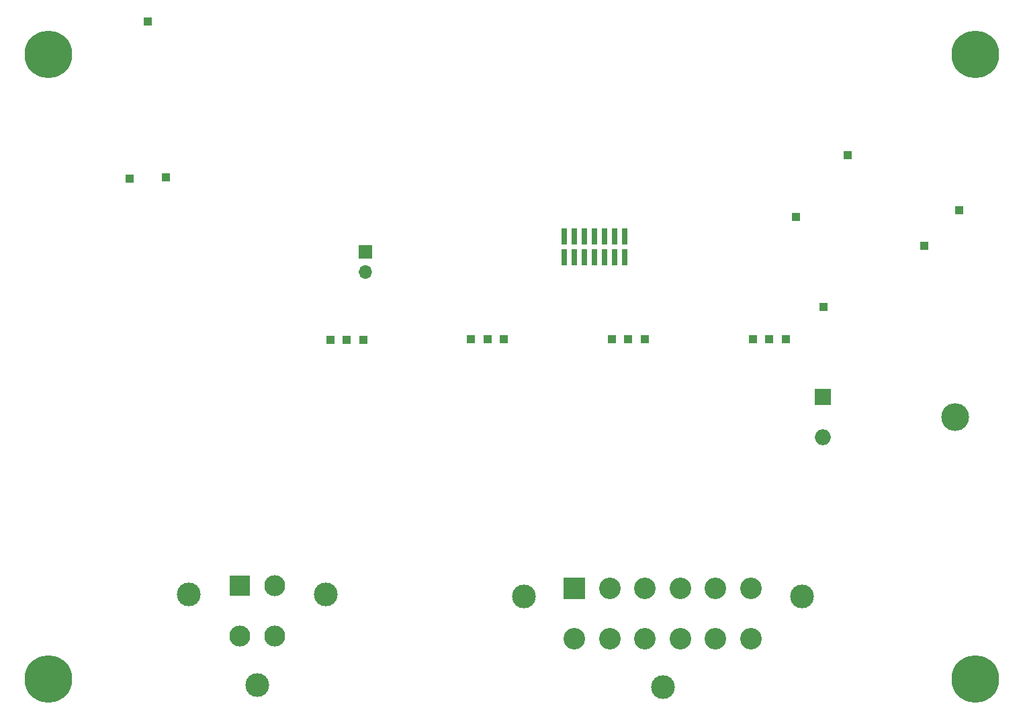
<source format=gbs>
%TF.GenerationSoftware,KiCad,Pcbnew,(5.1.9-0-10_14)*%
%TF.CreationDate,2021-08-31T12:07:11+08:00*%
%TF.ProjectId,pdm,70646d2e-6b69-4636-9164-5f7063625858,rev?*%
%TF.SameCoordinates,Original*%
%TF.FileFunction,Soldermask,Bot*%
%TF.FilePolarity,Negative*%
%FSLAX46Y46*%
G04 Gerber Fmt 4.6, Leading zero omitted, Abs format (unit mm)*
G04 Created by KiCad (PCBNEW (5.1.9-0-10_14)) date 2021-08-31 12:07:11*
%MOMM*%
%LPD*%
G01*
G04 APERTURE LIST*
%ADD10R,0.750000X2.100000*%
%ADD11R,1.000000X1.000000*%
%ADD12O,3.500000X3.500000*%
%ADD13R,2.000000X2.000000*%
%ADD14O,2.000000X2.000000*%
%ADD15O,1.700000X1.700000*%
%ADD16R,1.700000X1.700000*%
%ADD17C,2.715000*%
%ADD18C,2.990000*%
%ADD19R,2.715000X2.715000*%
%ADD20C,0.800000*%
%ADD21C,6.000000*%
%ADD22C,2.640000*%
%ADD23R,2.640000X2.640000*%
G04 APERTURE END LIST*
D10*
%TO.C,U9*%
X175641000Y-80456000D03*
X175641000Y-77786000D03*
X176911000Y-80456000D03*
X176911000Y-77786000D03*
X178181000Y-80456000D03*
X178181000Y-77786000D03*
X179451000Y-80456000D03*
X179451000Y-77786000D03*
X180721000Y-80456000D03*
X180721000Y-77786000D03*
X181991000Y-80456000D03*
X181991000Y-77786000D03*
X183261000Y-80456000D03*
X183261000Y-77786000D03*
%TD*%
D11*
%TO.C,TP20*%
X123190000Y-50673000D03*
%TD*%
%TO.C,TP2*%
X125476000Y-70358000D03*
%TD*%
%TO.C,TP1*%
X120904000Y-70485000D03*
%TD*%
%TO.C,TP19*%
X204851000Y-75374500D03*
%TD*%
%TO.C,TP18*%
X208343500Y-86677500D03*
%TD*%
%TO.C,TP17*%
X221043500Y-78994000D03*
%TD*%
%TO.C,TP16*%
X225425000Y-74485500D03*
%TD*%
%TO.C,TP15*%
X211391500Y-67564000D03*
%TD*%
%TO.C,TP14*%
X199420000Y-90761000D03*
%TD*%
%TO.C,TP13*%
X203611000Y-90761000D03*
%TD*%
%TO.C,TP12*%
X201515500Y-90761000D03*
%TD*%
%TO.C,TP11*%
X163877000Y-90751000D03*
%TD*%
%TO.C,TP10*%
X168068000Y-90751000D03*
%TD*%
%TO.C,TP9*%
X165972500Y-90751000D03*
%TD*%
%TO.C,TP8*%
X146177000Y-90805000D03*
%TD*%
%TO.C,TP7*%
X150368000Y-90805000D03*
%TD*%
%TO.C,TP6*%
X148272500Y-90805000D03*
%TD*%
%TO.C,TP5*%
X181655280Y-90752159D03*
%TD*%
%TO.C,TP4*%
X185846280Y-90752159D03*
%TD*%
%TO.C,TP3*%
X183750780Y-90752159D03*
%TD*%
D12*
%TO.C,D6*%
X224940000Y-100584000D03*
D13*
X208280000Y-98044000D03*
D14*
X208280000Y-103124000D03*
%TD*%
D15*
%TO.C,J3*%
X150622000Y-82296000D03*
D16*
X150622000Y-79756000D03*
%TD*%
D17*
%TO.C,J4*%
X176972000Y-128524000D03*
X181417000Y-128524000D03*
X185862000Y-128524000D03*
X190312000Y-128524000D03*
D18*
X188087000Y-134624000D03*
X205627000Y-123184000D03*
X170547000Y-123184000D03*
D17*
X194757000Y-128524000D03*
X199202000Y-128524000D03*
X199202000Y-122174000D03*
X194757000Y-122174000D03*
X190312000Y-122174000D03*
X185862000Y-122174000D03*
X181417000Y-122174000D03*
D19*
X176972000Y-122174000D03*
%TD*%
D20*
%TO.C,H4*%
X229047990Y-132013010D03*
X227457000Y-131354000D03*
X225866010Y-132013010D03*
X225207000Y-133604000D03*
X225866010Y-135194990D03*
X227457000Y-135854000D03*
X229047990Y-135194990D03*
X229707000Y-133604000D03*
D21*
X227457000Y-133604000D03*
%TD*%
D20*
%TO.C,H3*%
X229047990Y-53273010D03*
X227457000Y-52614000D03*
X225866010Y-53273010D03*
X225207000Y-54864000D03*
X225866010Y-56454990D03*
X227457000Y-57114000D03*
X229047990Y-56454990D03*
X229707000Y-54864000D03*
D21*
X227457000Y-54864000D03*
%TD*%
D20*
%TO.C,H2*%
X112207990Y-132013010D03*
X110617000Y-131354000D03*
X109026010Y-132013010D03*
X108367000Y-133604000D03*
X109026010Y-135194990D03*
X110617000Y-135854000D03*
X112207990Y-135194990D03*
X112867000Y-133604000D03*
D21*
X110617000Y-133604000D03*
%TD*%
D20*
%TO.C,H1*%
X112207990Y-53273010D03*
X110617000Y-52614000D03*
X109026010Y-53273010D03*
X108367000Y-54864000D03*
X109026010Y-56454990D03*
X110617000Y-57114000D03*
X112207990Y-56454990D03*
X112867000Y-54864000D03*
D21*
X110617000Y-54864000D03*
%TD*%
D22*
%TO.C,J1*%
X139192000Y-121874000D03*
D23*
X134742000Y-121874000D03*
D22*
X139192000Y-128224000D03*
X134742000Y-128224000D03*
D18*
X145617000Y-122894000D03*
X128317000Y-122894000D03*
X136967000Y-134324000D03*
%TD*%
M02*

</source>
